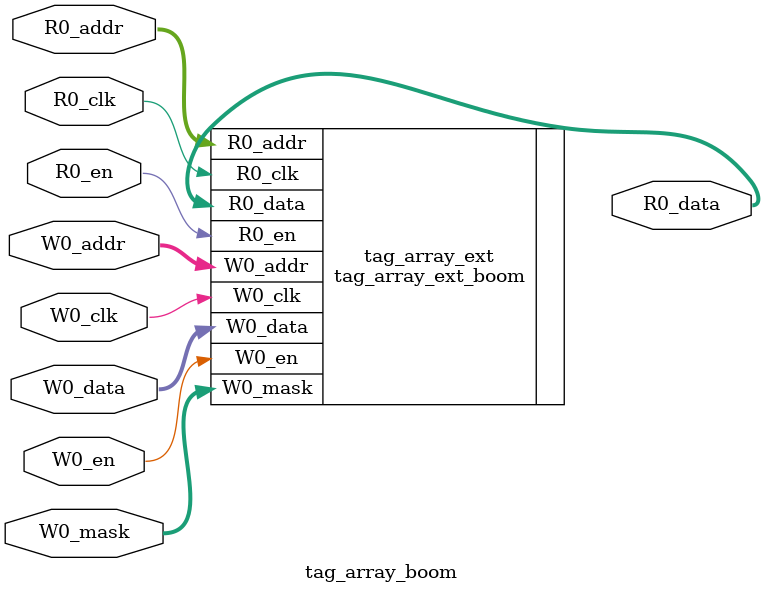
<source format=sv>
`ifndef RANDOMIZE
  `ifdef RANDOMIZE_REG_INIT
    `define RANDOMIZE
  `endif // RANDOMIZE_REG_INIT
`endif // not def RANDOMIZE
`ifndef RANDOMIZE
  `ifdef RANDOMIZE_MEM_INIT
    `define RANDOMIZE
  `endif // RANDOMIZE_MEM_INIT
`endif // not def RANDOMIZE

`ifndef RANDOM
  `define RANDOM $random
`endif // not def RANDOM

// Users can define 'PRINTF_COND' to add an extra gate to prints.
`ifndef PRINTF_COND_
  `ifdef PRINTF_COND
    `define PRINTF_COND_ (`PRINTF_COND)
  `else  // PRINTF_COND
    `define PRINTF_COND_ 1
  `endif // PRINTF_COND
`endif // not def PRINTF_COND_

// Users can define 'ASSERT_VERBOSE_COND' to add an extra gate to assert error printing.
`ifndef ASSERT_VERBOSE_COND_
  `ifdef ASSERT_VERBOSE_COND
    `define ASSERT_VERBOSE_COND_ (`ASSERT_VERBOSE_COND)
  `else  // ASSERT_VERBOSE_COND
    `define ASSERT_VERBOSE_COND_ 1
  `endif // ASSERT_VERBOSE_COND
`endif // not def ASSERT_VERBOSE_COND_

// Users can define 'STOP_COND' to add an extra gate to stop conditions.
`ifndef STOP_COND_
  `ifdef STOP_COND
    `define STOP_COND_ (`STOP_COND)
  `else  // STOP_COND
    `define STOP_COND_ 1
  `endif // STOP_COND
`endif // not def STOP_COND_

// Users can define INIT_RANDOM as general code that gets injected into the
// initializer block for modules with registers.
`ifndef INIT_RANDOM
  `define INIT_RANDOM
`endif // not def INIT_RANDOM

// If using random initialization, you can also define RANDOMIZE_DELAY to
// customize the delay used, otherwise 0.002 is used.
`ifndef RANDOMIZE_DELAY
  `define RANDOMIZE_DELAY 0.002
`endif // not def RANDOMIZE_DELAY

// Define INIT_RANDOM_PROLOG_ for use in our modules below.
`ifndef INIT_RANDOM_PROLOG_
  `ifdef RANDOMIZE
    `ifdef VERILATOR
      `define INIT_RANDOM_PROLOG_ `INIT_RANDOM
    `else  // VERILATOR
      `define INIT_RANDOM_PROLOG_ `INIT_RANDOM #`RANDOMIZE_DELAY begin end
    `endif // VERILATOR
  `else  // RANDOMIZE
    `define INIT_RANDOM_PROLOG_
  `endif // RANDOMIZE
`endif // not def INIT_RANDOM_PROLOG_

module tag_array_boom(	// @[HellaCache.scala:325:30]
  input  [5:0]  R0_addr,
  input         R0_en,
                R0_clk,
  input  [5:0]  W0_addr,
  input         W0_en,
                W0_clk,
  input  [87:0] W0_data,
  input  [3:0]  W0_mask,
  output [87:0] R0_data
);

  tag_array_ext_boom tag_array_ext (	// @[HellaCache.scala:325:30]
    .R0_addr (R0_addr),
    .R0_en   (R0_en),
    .R0_clk  (R0_clk),
    .W0_addr (W0_addr),
    .W0_en   (W0_en),
    .W0_clk  (W0_clk),
    .W0_data (W0_data),
    .W0_mask (W0_mask),
    .R0_data (R0_data)
  );
endmodule


</source>
